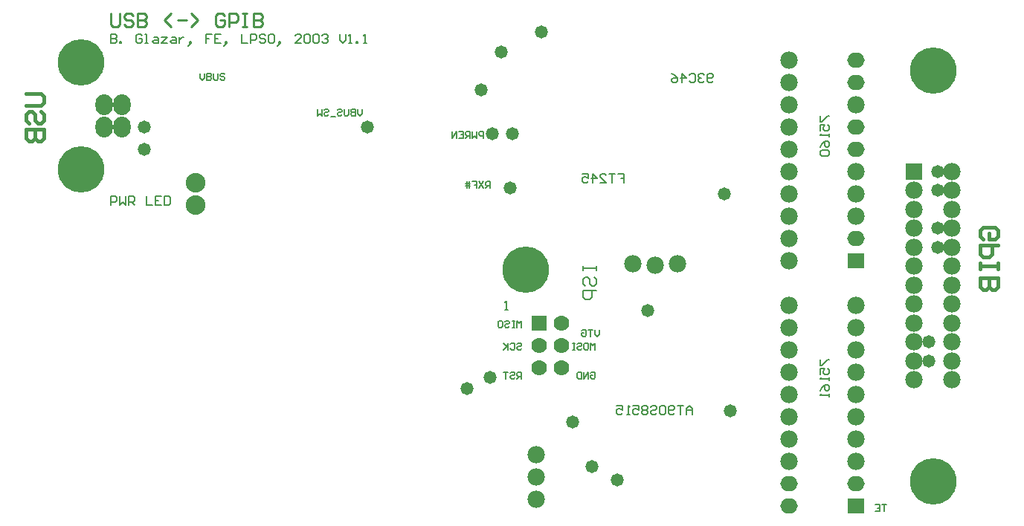
<source format=gbs>
%FSLAX25Y25*%
%MOIN*%
G70*
G01*
G75*
G04 Layer_Color=16711935*
%ADD10C,0.01200*%
%ADD11R,0.06000X0.06000*%
%ADD12R,0.06000X0.06000*%
%ADD13R,0.01600X0.07500*%
%ADD14R,0.07500X0.01600*%
%ADD15O,0.01600X0.10000*%
%ADD16O,0.10000X0.01600*%
%ADD17R,0.13000X0.07000*%
%ADD18O,0.02400X0.08000*%
%ADD19R,0.03600X0.05000*%
%ADD20R,0.03600X0.03600*%
%ADD21R,0.10000X0.08000*%
%ADD22R,0.10000X0.09000*%
%ADD23R,0.03150X0.05512*%
G04:AMPARAMS|DCode=24|XSize=78.74mil|YSize=149.61mil|CornerRadius=0mil|HoleSize=0mil|Usage=FLASHONLY|Rotation=0.000|XOffset=0mil|YOffset=0mil|HoleType=Round|Shape=Octagon|*
%AMOCTAGOND24*
4,1,8,-0.01969,0.07480,0.01969,0.07480,0.03937,0.05512,0.03937,-0.05512,0.01969,-0.07480,-0.01969,-0.07480,-0.03937,-0.05512,-0.03937,0.05512,-0.01969,0.07480,0.0*
%
%ADD24OCTAGOND24*%

%ADD25R,0.03937X0.07299*%
%ADD26C,0.02800*%
%ADD27C,0.01600*%
%ADD28C,0.02400*%
%ADD29C,0.01400*%
%ADD30C,0.01000*%
%ADD31C,0.00800*%
%ADD32O,0.07000X0.06000*%
%ADD33C,0.07000*%
%ADD34C,0.20000*%
%ADD35R,0.07000X0.06000*%
%ADD36O,0.07000X0.08500*%
%ADD37C,0.06200*%
%ADD38R,0.06200X0.06200*%
%ADD39R,0.07000X0.07000*%
%ADD40C,0.08000*%
%ADD41C,0.05000*%
%ADD42C,0.00787*%
%ADD43R,0.06800X0.06800*%
%ADD44R,0.06800X0.06800*%
%ADD45R,0.02400X0.08300*%
%ADD46R,0.08300X0.02400*%
%ADD47O,0.02400X0.10800*%
%ADD48O,0.10800X0.02400*%
%ADD49R,0.13800X0.07800*%
%ADD50O,0.03200X0.08800*%
%ADD51R,0.04400X0.05800*%
%ADD52R,0.04400X0.04400*%
%ADD53R,0.10800X0.08800*%
%ADD54R,0.10800X0.09800*%
%ADD55R,0.03950X0.06312*%
G04:AMPARAMS|DCode=56|XSize=86.74mil|YSize=157.61mil|CornerRadius=0mil|HoleSize=0mil|Usage=FLASHONLY|Rotation=0.000|XOffset=0mil|YOffset=0mil|HoleType=Round|Shape=Octagon|*
%AMOCTAGOND56*
4,1,8,-0.02169,0.07880,0.02169,0.07880,0.04337,0.05712,0.04337,-0.05712,0.02169,-0.07880,-0.02169,-0.07880,-0.04337,-0.05712,-0.04337,0.05712,-0.02169,0.07880,0.0*
%
%ADD56OCTAGOND56*%

%ADD57R,0.04737X0.08099*%
%ADD58O,0.07800X0.06800*%
%ADD59C,0.07800*%
%ADD60C,0.20800*%
%ADD61R,0.07800X0.06800*%
%ADD62O,0.07800X0.09300*%
%ADD63R,0.07800X0.07800*%
%ADD64C,0.08800*%
%ADD65C,0.05800*%
D27*
X3022003Y545000D02*
X3028667D01*
X3030000Y543667D01*
Y541001D01*
X3028667Y539668D01*
X3022003D01*
X3023335Y531671D02*
X3022003Y533004D01*
Y535670D01*
X3023335Y537003D01*
X3024668D01*
X3026001Y535670D01*
Y533004D01*
X3027334Y531671D01*
X3028667D01*
X3030000Y533004D01*
Y535670D01*
X3028667Y537003D01*
X3022003Y529005D02*
X3030000D01*
Y525006D01*
X3028667Y523674D01*
X3027334D01*
X3026001Y525006D01*
Y529005D01*
Y525006D01*
X3024668Y523674D01*
X3023335D01*
X3022003Y525006D01*
Y529005D01*
X3450835Y479668D02*
X3449503Y481001D01*
Y483667D01*
X3450835Y485000D01*
X3456167D01*
X3457500Y483667D01*
Y481001D01*
X3456167Y479668D01*
X3453501D01*
Y482334D01*
X3457500Y477003D02*
X3449503D01*
Y473004D01*
X3450835Y471671D01*
X3453501D01*
X3454834Y473004D01*
Y477003D01*
X3449503Y469005D02*
Y466339D01*
Y467672D01*
X3457500D01*
Y469005D01*
Y466339D01*
X3449503Y462341D02*
X3457500D01*
Y458342D01*
X3456167Y457009D01*
X3454834D01*
X3453501Y458342D01*
Y462341D01*
Y458342D01*
X3452168Y457009D01*
X3450835D01*
X3449503Y458342D01*
Y462341D01*
D30*
X3060000Y580998D02*
Y576000D01*
X3061000Y575000D01*
X3062999D01*
X3063999Y576000D01*
Y580998D01*
X3069997Y579998D02*
X3068997Y580998D01*
X3066998D01*
X3065998Y579998D01*
Y578999D01*
X3066998Y577999D01*
X3068997D01*
X3069997Y576999D01*
Y576000D01*
X3068997Y575000D01*
X3066998D01*
X3065998Y576000D01*
X3071996Y580998D02*
Y575000D01*
X3074995D01*
X3075995Y576000D01*
Y576999D01*
X3074995Y577999D01*
X3071996D01*
X3074995D01*
X3075995Y578999D01*
Y579998D01*
X3074995Y580998D01*
X3071996D01*
X3086991Y575000D02*
X3083992Y577999D01*
X3086991Y580998D01*
X3089990Y577999D02*
X3093989D01*
X3095988Y575000D02*
X3098987Y577999D01*
X3095988Y580998D01*
X3110983Y579998D02*
X3109984Y580998D01*
X3107985D01*
X3106985Y579998D01*
Y576000D01*
X3107985Y575000D01*
X3109984D01*
X3110983Y576000D01*
Y577999D01*
X3108984D01*
X3112983Y575000D02*
Y580998D01*
X3115982D01*
X3116982Y579998D01*
Y577999D01*
X3115982Y576999D01*
X3112983D01*
X3118981Y580998D02*
X3120980D01*
X3119981D01*
Y575000D01*
X3118981D01*
X3120980D01*
X3123979Y580998D02*
Y575000D01*
X3126978D01*
X3127978Y576000D01*
Y576999D01*
X3126978Y577999D01*
X3123979D01*
X3126978D01*
X3127978Y578999D01*
Y579998D01*
X3126978Y580998D01*
X3123979D01*
D31*
X3172500Y537999D02*
Y536000D01*
X3171500Y535000D01*
X3170501Y536000D01*
Y537999D01*
X3169501D02*
Y535000D01*
X3168002D01*
X3167502Y535500D01*
Y536000D01*
X3168002Y536500D01*
X3169501D01*
X3168002D01*
X3167502Y536999D01*
Y537499D01*
X3168002Y537999D01*
X3169501D01*
X3166502D02*
Y535500D01*
X3166002Y535000D01*
X3165002D01*
X3164503Y535500D01*
Y537999D01*
X3161504Y537499D02*
X3162003Y537999D01*
X3163003D01*
X3163503Y537499D01*
Y536999D01*
X3163003Y536500D01*
X3162003D01*
X3161504Y536000D01*
Y535500D01*
X3162003Y535000D01*
X3163003D01*
X3163503Y535500D01*
X3160504Y534500D02*
X3158504D01*
X3155506Y537499D02*
X3156005Y537999D01*
X3157005D01*
X3157505Y537499D01*
Y536999D01*
X3157005Y536500D01*
X3156005D01*
X3155506Y536000D01*
Y535500D01*
X3156005Y535000D01*
X3157005D01*
X3157505Y535500D01*
X3154506Y537999D02*
Y535000D01*
X3153506Y536000D01*
X3152506Y535000D01*
Y537999D01*
X3230000Y502500D02*
Y505499D01*
X3228500D01*
X3228001Y504999D01*
Y504000D01*
X3228500Y503500D01*
X3230000D01*
X3229000D02*
X3228001Y502500D01*
X3227001Y505499D02*
X3225002Y502500D01*
Y505499D02*
X3227001Y502500D01*
X3222002Y505499D02*
X3224002D01*
Y504000D01*
X3223002D01*
X3224002D01*
Y502500D01*
X3220503D02*
Y505499D01*
X3219503D02*
Y502500D01*
X3221003Y504499D02*
X3219503D01*
X3219004D01*
X3221003Y503500D02*
X3219004D01*
X3227000Y525000D02*
Y527999D01*
X3225500D01*
X3225001Y527499D01*
Y526500D01*
X3225500Y526000D01*
X3227000D01*
X3224001Y527999D02*
Y525000D01*
X3223001Y526000D01*
X3222002Y525000D01*
Y527999D01*
X3221002Y525000D02*
Y527999D01*
X3219502D01*
X3219003Y527499D01*
Y526500D01*
X3219502Y526000D01*
X3221002D01*
X3220002D02*
X3219003Y525000D01*
X3216003Y527999D02*
X3218003D01*
Y525000D01*
X3216003D01*
X3218003Y526500D02*
X3217003D01*
X3215004Y525000D02*
Y527999D01*
X3213005Y525000D01*
Y527999D01*
X3330000Y550666D02*
X3329333Y550000D01*
X3328001D01*
X3327334Y550666D01*
Y553332D01*
X3328001Y553999D01*
X3329333D01*
X3330000Y553332D01*
Y552666D01*
X3329333Y551999D01*
X3327334D01*
X3326001Y553332D02*
X3325335Y553999D01*
X3324002D01*
X3323336Y553332D01*
Y552666D01*
X3324002Y551999D01*
X3324669D01*
X3324002D01*
X3323336Y551333D01*
Y550666D01*
X3324002Y550000D01*
X3325335D01*
X3326001Y550666D01*
X3319337Y553332D02*
X3320003Y553999D01*
X3321336D01*
X3322002Y553332D01*
Y550666D01*
X3321336Y550000D01*
X3320003D01*
X3319337Y550666D01*
X3316005Y550000D02*
Y553999D01*
X3318004Y551999D01*
X3315338D01*
X3311340Y553999D02*
X3312672Y553332D01*
X3314005Y551999D01*
Y550666D01*
X3313339Y550000D01*
X3312006D01*
X3311340Y550666D01*
Y551333D01*
X3312006Y551999D01*
X3314005D01*
X3407500Y360499D02*
X3405501D01*
X3406500D01*
Y357500D01*
X3402502Y360499D02*
X3404501D01*
Y357500D01*
X3402502D01*
X3404501Y358999D02*
X3403501D01*
X3287334Y508999D02*
X3290000D01*
Y506999D01*
X3288667D01*
X3290000D01*
Y505000D01*
X3286001Y508999D02*
X3283335D01*
X3284668D01*
Y505000D01*
X3279337D02*
X3282003D01*
X3279337Y507666D01*
Y508332D01*
X3280003Y508999D01*
X3281336D01*
X3282003Y508332D01*
X3276004Y505000D02*
Y508999D01*
X3278004Y506999D01*
X3275338D01*
X3271339Y508999D02*
X3274005D01*
Y506999D01*
X3272672Y507666D01*
X3272006D01*
X3271339Y506999D01*
Y505666D01*
X3272006Y505000D01*
X3273339D01*
X3274005Y505666D01*
X3279000Y438999D02*
Y437000D01*
X3278000Y436000D01*
X3277001Y437000D01*
Y438999D01*
X3276001D02*
X3274002D01*
X3275001D01*
Y436000D01*
X3271003Y438499D02*
X3271502Y438999D01*
X3272502D01*
X3273002Y438499D01*
Y436500D01*
X3272502Y436000D01*
X3271502D01*
X3271003Y436500D01*
Y437500D01*
X3272002D01*
X3277000Y430000D02*
Y432999D01*
X3276000Y431999D01*
X3275001Y432999D01*
Y430000D01*
X3272501Y432999D02*
X3273501D01*
X3274001Y432499D01*
Y430500D01*
X3273501Y430000D01*
X3272501D01*
X3272002Y430500D01*
Y432499D01*
X3272501Y432999D01*
X3269003Y432499D02*
X3269502Y432999D01*
X3270502D01*
X3271002Y432499D01*
Y431999D01*
X3270502Y431499D01*
X3269502D01*
X3269003Y431000D01*
Y430500D01*
X3269502Y430000D01*
X3270502D01*
X3271002Y430500D01*
X3268003Y432999D02*
X3267003D01*
X3267503D01*
Y430000D01*
X3268003D01*
X3267003D01*
X3275001Y419499D02*
X3275500Y419999D01*
X3276500D01*
X3277000Y419499D01*
Y417500D01*
X3276500Y417000D01*
X3275500D01*
X3275001Y417500D01*
Y418500D01*
X3276000D01*
X3274001Y417000D02*
Y419999D01*
X3272002Y417000D01*
Y419999D01*
X3271002D02*
Y417000D01*
X3269502D01*
X3269003Y417500D01*
Y419499D01*
X3269502Y419999D01*
X3271002D01*
X3244000Y440000D02*
Y442999D01*
X3243000Y441999D01*
X3242001Y442999D01*
Y440000D01*
X3241001Y442999D02*
X3240001D01*
X3240501D01*
Y440000D01*
X3241001D01*
X3240001D01*
X3236502Y442499D02*
X3237002Y442999D01*
X3238002D01*
X3238502Y442499D01*
Y441999D01*
X3238002Y441500D01*
X3237002D01*
X3236502Y441000D01*
Y440500D01*
X3237002Y440000D01*
X3238002D01*
X3238502Y440500D01*
X3234003Y442999D02*
X3235003D01*
X3235503Y442499D01*
Y440500D01*
X3235003Y440000D01*
X3234003D01*
X3233503Y440500D01*
Y442499D01*
X3234003Y442999D01*
X3242001Y432499D02*
X3242501Y432999D01*
X3243500D01*
X3244000Y432499D01*
Y431999D01*
X3243500Y431499D01*
X3242501D01*
X3242001Y431000D01*
Y430500D01*
X3242501Y430000D01*
X3243500D01*
X3244000Y430500D01*
X3239001Y432499D02*
X3239502Y432999D01*
X3240501D01*
X3241001Y432499D01*
Y430500D01*
X3240501Y430000D01*
X3239502D01*
X3239001Y430500D01*
X3238002Y432999D02*
Y430000D01*
Y431000D01*
X3236003Y432999D01*
X3237502Y431499D01*
X3236003Y430000D01*
X3244000Y417000D02*
Y419999D01*
X3242501D01*
X3242001Y419499D01*
Y418500D01*
X3242501Y418000D01*
X3244000D01*
X3243000D02*
X3242001Y417000D01*
X3239001Y419499D02*
X3239502Y419999D01*
X3240501D01*
X3241001Y419499D01*
Y418999D01*
X3240501Y418500D01*
X3239502D01*
X3239001Y418000D01*
Y417500D01*
X3239502Y417000D01*
X3240501D01*
X3241001Y417500D01*
X3238002Y419999D02*
X3236003D01*
X3237002D01*
Y417000D01*
X3271502Y467500D02*
Y465501D01*
Y466500D01*
X3277500D01*
Y467500D01*
Y465501D01*
X3272502Y458503D02*
X3271502Y459503D01*
Y461502D01*
X3272502Y462502D01*
X3273501D01*
X3274501Y461502D01*
Y459503D01*
X3275500Y458503D01*
X3276500D01*
X3277500Y459503D01*
Y461502D01*
X3276500Y462502D01*
X3277500Y456504D02*
X3271502D01*
Y453505D01*
X3272502Y452505D01*
X3274501D01*
X3275500Y453505D01*
Y456504D01*
X3320500Y401000D02*
Y403666D01*
X3319167Y404999D01*
X3317834Y403666D01*
Y401000D01*
Y402999D01*
X3320500D01*
X3316501Y404999D02*
X3313836D01*
X3315168D01*
Y401000D01*
X3312503Y401666D02*
X3311836Y401000D01*
X3310503D01*
X3309837Y401666D01*
Y404332D01*
X3310503Y404999D01*
X3311836D01*
X3312503Y404332D01*
Y403666D01*
X3311836Y402999D01*
X3309837D01*
X3308504Y404332D02*
X3307837Y404999D01*
X3306504D01*
X3305838Y404332D01*
Y401666D01*
X3306504Y401000D01*
X3307837D01*
X3308504Y401666D01*
Y404332D01*
X3301839D02*
X3302506Y404999D01*
X3303839D01*
X3304505Y404332D01*
Y403666D01*
X3303839Y402999D01*
X3302506D01*
X3301839Y402333D01*
Y401666D01*
X3302506Y401000D01*
X3303839D01*
X3304505Y401666D01*
X3300507Y404332D02*
X3299840Y404999D01*
X3298507D01*
X3297840Y404332D01*
Y403666D01*
X3298507Y402999D01*
X3297840Y402333D01*
Y401666D01*
X3298507Y401000D01*
X3299840D01*
X3300507Y401666D01*
Y402333D01*
X3299840Y402999D01*
X3300507Y403666D01*
Y404332D01*
X3299840Y402999D02*
X3298507D01*
X3293842Y404999D02*
X3296508D01*
Y402999D01*
X3295175Y403666D01*
X3294508D01*
X3293842Y402999D01*
Y401666D01*
X3294508Y401000D01*
X3295841D01*
X3296508Y401666D01*
X3292509Y401000D02*
X3291176D01*
X3291843D01*
Y404999D01*
X3292509Y404332D01*
X3286511Y404999D02*
X3289177D01*
Y402999D01*
X3287844Y403666D01*
X3287177D01*
X3286511Y402999D01*
Y401666D01*
X3287177Y401000D01*
X3288510D01*
X3289177Y401666D01*
X3378001Y535000D02*
Y532334D01*
X3378668D01*
X3381334Y535000D01*
X3382000D01*
X3378001Y528336D02*
Y531001D01*
X3380001D01*
X3379334Y529668D01*
Y529002D01*
X3380001Y528336D01*
X3381334D01*
X3382000Y529002D01*
Y530335D01*
X3381334Y531001D01*
X3382000Y527003D02*
Y525670D01*
Y526336D01*
X3378001D01*
X3378668Y527003D01*
X3378001Y521004D02*
X3378668Y522337D01*
X3380001Y523670D01*
X3381334D01*
X3382000Y523004D01*
Y521671D01*
X3381334Y521004D01*
X3380667D01*
X3380001Y521671D01*
Y523670D01*
X3378668Y519672D02*
X3378001Y519005D01*
Y517672D01*
X3378668Y517006D01*
X3381334D01*
X3382000Y517672D01*
Y519005D01*
X3381334Y519672D01*
X3378668D01*
X3378001Y425500D02*
Y422834D01*
X3378668D01*
X3381334Y425500D01*
X3382000D01*
X3378001Y418835D02*
Y421501D01*
X3380001D01*
X3379334Y420168D01*
Y419502D01*
X3380001Y418835D01*
X3381334D01*
X3382000Y419502D01*
Y420835D01*
X3381334Y421501D01*
X3382000Y417503D02*
Y416170D01*
Y416836D01*
X3378001D01*
X3378668Y417503D01*
X3378001Y411505D02*
X3378668Y412837D01*
X3380001Y414170D01*
X3381334D01*
X3382000Y413504D01*
Y412171D01*
X3381334Y411505D01*
X3380667D01*
X3380001Y412171D01*
Y414170D01*
X3382000Y410172D02*
Y408839D01*
Y409505D01*
X3378001D01*
X3378668Y410172D01*
X3236500Y448000D02*
X3237833D01*
X3237166D01*
Y451999D01*
X3236500Y451332D01*
X3100000Y553999D02*
Y552000D01*
X3101000Y551000D01*
X3101999Y552000D01*
Y553999D01*
X3102999D02*
Y551000D01*
X3104498D01*
X3104998Y551500D01*
Y552000D01*
X3104498Y552499D01*
X3102999D01*
X3104498D01*
X3104998Y552999D01*
Y553499D01*
X3104498Y553999D01*
X3102999D01*
X3105998D02*
Y551500D01*
X3106498Y551000D01*
X3107498D01*
X3107997Y551500D01*
Y553999D01*
X3110996Y553499D02*
X3110497Y553999D01*
X3109497D01*
X3108997Y553499D01*
Y552999D01*
X3109497Y552499D01*
X3110497D01*
X3110996Y552000D01*
Y551500D01*
X3110497Y551000D01*
X3109497D01*
X3108997Y551500D01*
X3060000Y495000D02*
Y498999D01*
X3061999D01*
X3062666Y498332D01*
Y496999D01*
X3061999Y496333D01*
X3060000D01*
X3063999Y498999D02*
Y495000D01*
X3065332Y496333D01*
X3066665Y495000D01*
Y498999D01*
X3067997Y495000D02*
Y498999D01*
X3069997D01*
X3070663Y498332D01*
Y496999D01*
X3069997Y496333D01*
X3067997D01*
X3069330D02*
X3070663Y495000D01*
X3075995Y498999D02*
Y495000D01*
X3078661D01*
X3082659Y498999D02*
X3079993D01*
Y495000D01*
X3082659D01*
X3079993Y496999D02*
X3081326D01*
X3083992Y498999D02*
Y495000D01*
X3085992D01*
X3086658Y495666D01*
Y498332D01*
X3085992Y498999D01*
X3083992D01*
X3060000Y571499D02*
Y567500D01*
X3061999D01*
X3062666Y568166D01*
Y568833D01*
X3061999Y569499D01*
X3060000D01*
X3061999D01*
X3062666Y570166D01*
Y570832D01*
X3061999Y571499D01*
X3060000D01*
X3063999Y567500D02*
Y568166D01*
X3064665D01*
Y567500D01*
X3063999D01*
X3073996Y570832D02*
X3073329Y571499D01*
X3071996D01*
X3071330Y570832D01*
Y568166D01*
X3071996Y567500D01*
X3073329D01*
X3073996Y568166D01*
Y569499D01*
X3072663D01*
X3075328Y567500D02*
X3076661D01*
X3075995D01*
Y571499D01*
X3075328D01*
X3079327Y570166D02*
X3080660D01*
X3081326Y569499D01*
Y567500D01*
X3079327D01*
X3078661Y568166D01*
X3079327Y568833D01*
X3081326D01*
X3082659Y570166D02*
X3085325D01*
X3082659Y567500D01*
X3085325D01*
X3087325Y570166D02*
X3088657D01*
X3089324Y569499D01*
Y567500D01*
X3087325D01*
X3086658Y568166D01*
X3087325Y568833D01*
X3089324D01*
X3090657Y570166D02*
Y567500D01*
Y568833D01*
X3091323Y569499D01*
X3091990Y570166D01*
X3092656D01*
X3095322Y566834D02*
X3095988Y567500D01*
Y568166D01*
X3095322D01*
Y567500D01*
X3095988D01*
X3095322Y566834D01*
X3094655Y566167D01*
X3105319Y571499D02*
X3102653D01*
Y569499D01*
X3103986D01*
X3102653D01*
Y567500D01*
X3109317Y571499D02*
X3106652D01*
Y567500D01*
X3109317D01*
X3106652Y569499D02*
X3107985D01*
X3111317Y566834D02*
X3111983Y567500D01*
Y568166D01*
X3111317D01*
Y567500D01*
X3111983D01*
X3111317Y566834D01*
X3110650Y566167D01*
X3118648Y571499D02*
Y567500D01*
X3121314D01*
X3122647D02*
Y571499D01*
X3124646D01*
X3125312Y570832D01*
Y569499D01*
X3124646Y568833D01*
X3122647D01*
X3129311Y570832D02*
X3128645Y571499D01*
X3127312D01*
X3126645Y570832D01*
Y570166D01*
X3127312Y569499D01*
X3128645D01*
X3129311Y568833D01*
Y568166D01*
X3128645Y567500D01*
X3127312D01*
X3126645Y568166D01*
X3132643Y571499D02*
X3131310D01*
X3130644Y570832D01*
Y568166D01*
X3131310Y567500D01*
X3132643D01*
X3133310Y568166D01*
Y570832D01*
X3132643Y571499D01*
X3135309Y566834D02*
X3135975Y567500D01*
Y568166D01*
X3135309D01*
Y567500D01*
X3135975D01*
X3135309Y566834D01*
X3134643Y566167D01*
X3145306Y567500D02*
X3142640D01*
X3145306Y570166D01*
Y570832D01*
X3144639Y571499D01*
X3143307D01*
X3142640Y570832D01*
X3146639D02*
X3147305Y571499D01*
X3148638D01*
X3149305Y570832D01*
Y568166D01*
X3148638Y567500D01*
X3147305D01*
X3146639Y568166D01*
Y570832D01*
X3150637D02*
X3151304Y571499D01*
X3152637D01*
X3153303Y570832D01*
Y568166D01*
X3152637Y567500D01*
X3151304D01*
X3150637Y568166D01*
Y570832D01*
X3154636D02*
X3155303Y571499D01*
X3156635D01*
X3157302Y570832D01*
Y570166D01*
X3156635Y569499D01*
X3155969D01*
X3156635D01*
X3157302Y568833D01*
Y568166D01*
X3156635Y567500D01*
X3155303D01*
X3154636Y568166D01*
X3162634Y571499D02*
Y568833D01*
X3163967Y567500D01*
X3165299Y568833D01*
Y571499D01*
X3166632Y567500D02*
X3167965D01*
X3167299D01*
Y571499D01*
X3166632Y570832D01*
X3169964Y567500D02*
Y568166D01*
X3170631D01*
Y567500D01*
X3169964D01*
X3173297D02*
X3174630D01*
X3173963D01*
Y571499D01*
X3173297Y570832D01*
D33*
X3262000Y422000D02*
D03*
X3252000D02*
D03*
X3262000Y432000D02*
D03*
X3252000D02*
D03*
X3262000Y442000D02*
D03*
D39*
X3252000D02*
D03*
D58*
X3364000Y370000D02*
D03*
X3394000Y480000D02*
D03*
Y520000D02*
D03*
Y530000D02*
D03*
Y550000D02*
D03*
Y560000D02*
D03*
X3364000Y360000D02*
D03*
X3394000Y370000D02*
D03*
D59*
X3364000Y380000D02*
D03*
Y390000D02*
D03*
Y400000D02*
D03*
Y410000D02*
D03*
Y420000D02*
D03*
Y430000D02*
D03*
Y440000D02*
D03*
Y480000D02*
D03*
Y490000D02*
D03*
Y500000D02*
D03*
Y510000D02*
D03*
Y520000D02*
D03*
Y530000D02*
D03*
Y540000D02*
D03*
Y550000D02*
D03*
Y560000D02*
D03*
X3304000Y468000D02*
D03*
X3250500Y373000D02*
D03*
X3394000Y490000D02*
D03*
Y500000D02*
D03*
Y510000D02*
D03*
Y540000D02*
D03*
X3364000Y470000D02*
D03*
X3250500Y383000D02*
D03*
Y363000D02*
D03*
X3314000Y468500D02*
D03*
X3294000D02*
D03*
X3437000Y416500D02*
D03*
Y425000D02*
D03*
Y433500D02*
D03*
Y442000D02*
D03*
Y450500D02*
D03*
Y459000D02*
D03*
Y467500D02*
D03*
Y476000D02*
D03*
Y484500D02*
D03*
Y493000D02*
D03*
Y501500D02*
D03*
Y510000D02*
D03*
X3420000Y416500D02*
D03*
Y425000D02*
D03*
Y433500D02*
D03*
Y442000D02*
D03*
Y450500D02*
D03*
Y459000D02*
D03*
Y467500D02*
D03*
Y476000D02*
D03*
Y484500D02*
D03*
Y493000D02*
D03*
Y501500D02*
D03*
X3364000Y450000D02*
D03*
X3394000D02*
D03*
Y440000D02*
D03*
Y430000D02*
D03*
Y420000D02*
D03*
Y410000D02*
D03*
Y400000D02*
D03*
Y390000D02*
D03*
Y380000D02*
D03*
D60*
X3246000Y466000D02*
D03*
X3046500Y511000D02*
D03*
Y559000D02*
D03*
X3428500Y371083D02*
D03*
Y555417D02*
D03*
D61*
X3394000Y470000D02*
D03*
Y360000D02*
D03*
D62*
X3057000Y530000D02*
D03*
Y540000D02*
D03*
X3065000D02*
D03*
Y530000D02*
D03*
D63*
X3420000Y510000D02*
D03*
D64*
X3098000Y505000D02*
D03*
Y495000D02*
D03*
D65*
X3337500Y402500D02*
D03*
X3426500Y433500D02*
D03*
X3430500Y476000D02*
D03*
Y484500D02*
D03*
Y510000D02*
D03*
Y501500D02*
D03*
X3287000Y371500D02*
D03*
X3226000Y546500D02*
D03*
X3335000Y500000D02*
D03*
X3275500Y377500D02*
D03*
X3267000Y397500D02*
D03*
X3235000Y563500D02*
D03*
X3300500Y447500D02*
D03*
X3230000Y417500D02*
D03*
X3238900Y502500D02*
D03*
X3219500Y412500D02*
D03*
X3253000Y572500D02*
D03*
X3175000Y530000D02*
D03*
X3240000Y527000D02*
D03*
X3075000Y530000D02*
D03*
Y520000D02*
D03*
X3426500Y425000D02*
D03*
X3231000Y527000D02*
D03*
M02*

</source>
